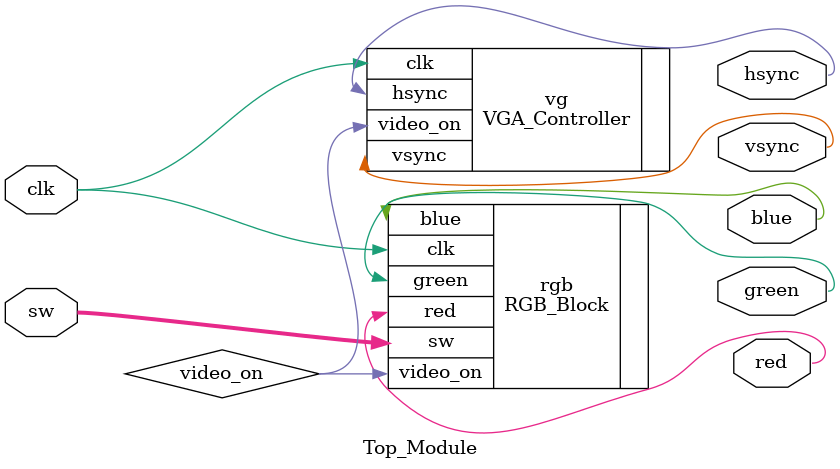
<source format=v>
module Top_Module (
  input  wire clk,
  input wire [2:0]sw,
  output wire  hsync, 
  output wire  vsync,
  output wire red,
  output wire green,
  output wire blue
);
wire  video_on;

VGA_Controller vg(
.clk(clk),
.hsync(hsync),
.vsync(vsync),
.video_on(video_on)
);

RGB_Block rgb(
.clk(clk),
.video_on(video_on),
.sw(sw),
.red(red),
.green(green),
.blue(blue)
);

endmodule

</source>
